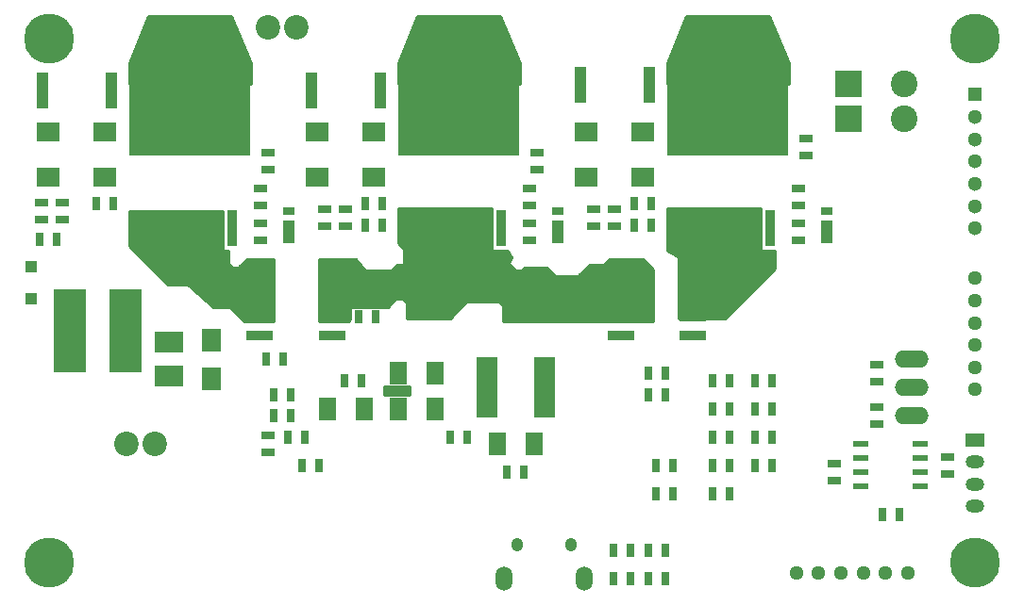
<source format=gbs>
G04 #@! TF.FileFunction,Soldermask,Bot*
%FSLAX46Y46*%
G04 Gerber Fmt 4.6, Leading zero omitted, Abs format (unit mm)*
G04 Created by KiCad (PCBNEW 4.0.7-e1-6374~58~ubuntu14.04.1) date Tue Aug 22 11:21:06 2017*
%MOMM*%
%LPD*%
G01*
G04 APERTURE LIST*
%ADD10C,0.100000*%
%ADD11R,2.438400X5.588000*%
%ADD12R,2.438400X0.889000*%
%ADD13R,0.635000X1.143000*%
%ADD14R,1.143000X0.635000*%
%ADD15R,2.499360X1.950720*%
%ADD16R,1.849120X5.499100*%
%ADD17R,1.524000X2.032000*%
%ADD18R,1.100000X1.100000*%
%ADD19R,1.699260X2.100580*%
%ADD20R,1.100000X0.800000*%
%ADD21R,1.100000X2.000000*%
%ADD22R,2.159000X1.778000*%
%ADD23O,3.048000X1.524000*%
%ADD24R,2.997200X7.498080*%
%ADD25C,1.300480*%
%ADD26R,1.300000X1.300000*%
%ADD27C,1.300000*%
%ADD28R,1.699260X1.198880*%
%ADD29O,1.699260X1.198880*%
%ADD30R,10.800080X8.150860*%
%ADD31R,0.899160X3.200400*%
%ADD32R,1.000000X3.200000*%
%ADD33R,1.399540X0.599440*%
%ADD34O,1.050000X1.250000*%
%ADD35O,1.500000X2.200000*%
%ADD36C,4.500000*%
%ADD37C,2.200000*%
%ADD38R,2.400000X2.400000*%
%ADD39C,2.400000*%
%ADD40C,0.254000*%
G04 APERTURE END LIST*
D10*
D11*
X93281500Y-58547000D03*
X99758500Y-58547000D03*
D12*
X93281500Y-62674500D03*
X99758500Y-62674500D03*
D13*
X84582000Y-74930000D03*
X83058000Y-74930000D03*
X106807000Y-71755000D03*
X105283000Y-71755000D03*
D14*
X116205000Y-65278000D03*
X116205000Y-66802000D03*
D13*
X101473000Y-76835000D03*
X102997000Y-76835000D03*
X101473000Y-74295000D03*
X102997000Y-74295000D03*
X97917000Y-76835000D03*
X96393000Y-76835000D03*
X101473000Y-66675000D03*
X102997000Y-66675000D03*
X97282000Y-67945000D03*
X95758000Y-67945000D03*
X95758000Y-66040000D03*
X97282000Y-66040000D03*
X96393000Y-74295000D03*
X97917000Y-74295000D03*
X62103000Y-69850000D03*
X63627000Y-69850000D03*
D14*
X61595000Y-71628000D03*
X61595000Y-73152000D03*
X43180000Y-50673000D03*
X43180000Y-52197000D03*
X68580000Y-51308000D03*
X68580000Y-52832000D03*
X92710000Y-51308000D03*
X92710000Y-52832000D03*
D13*
X101473000Y-71755000D03*
X102997000Y-71755000D03*
X105283000Y-74295000D03*
X106807000Y-74295000D03*
D15*
X52705000Y-63246000D03*
X52705000Y-66294000D03*
D13*
X101473000Y-69215000D03*
X102997000Y-69215000D03*
D16*
X86395560Y-67310000D03*
X81244440Y-67310000D03*
D17*
X70231000Y-69215000D03*
X66929000Y-69215000D03*
X82169000Y-72390000D03*
X85471000Y-72390000D03*
X76581000Y-69215000D03*
X73279000Y-69215000D03*
D13*
X46228000Y-50800000D03*
X47752000Y-50800000D03*
X70358000Y-50800000D03*
X71882000Y-50800000D03*
D17*
X76581000Y-66040000D03*
X73279000Y-66040000D03*
D13*
X94488000Y-50800000D03*
X96012000Y-50800000D03*
D14*
X41275000Y-50673000D03*
X41275000Y-52197000D03*
X66675000Y-51308000D03*
X66675000Y-52832000D03*
X90805000Y-51308000D03*
X90805000Y-52832000D03*
X112395000Y-74168000D03*
X112395000Y-75692000D03*
D18*
X40386000Y-56462000D03*
X40386000Y-59362000D03*
D19*
X56515000Y-63040260D03*
X56515000Y-66499740D03*
D20*
X63500000Y-51455000D03*
D21*
X63500000Y-53355000D03*
D20*
X87630000Y-51455000D03*
D21*
X87630000Y-53355000D03*
D20*
X111760000Y-51455000D03*
D21*
X111760000Y-53355000D03*
D22*
X46990000Y-44323000D03*
X46990000Y-48387000D03*
X41910000Y-48387000D03*
X41910000Y-44323000D03*
X71120000Y-44323000D03*
X71120000Y-48387000D03*
X66040000Y-48387000D03*
X66040000Y-44323000D03*
X95250000Y-44323000D03*
X95250000Y-48387000D03*
X90170000Y-48387000D03*
X90170000Y-44323000D03*
D23*
X119380000Y-69850000D03*
X119380000Y-67310000D03*
X119380000Y-64770000D03*
D24*
X43855640Y-62230000D03*
X48854360Y-62230000D03*
D25*
X112999240Y-84000000D03*
X115000760Y-84000000D03*
X116999740Y-84000000D03*
X119001260Y-84000000D03*
X111000260Y-84000000D03*
X108998740Y-84000000D03*
X125000000Y-63500760D03*
X125000000Y-61499240D03*
X125000000Y-59500260D03*
X125000000Y-57498740D03*
X125000000Y-65499740D03*
X125000000Y-67501260D03*
D26*
X125000000Y-40995440D03*
D27*
X125000000Y-44998480D03*
X125000000Y-42996960D03*
X125000000Y-46997460D03*
X125000000Y-48998980D03*
X125000000Y-51000500D03*
X125000000Y-52999480D03*
D28*
X125000000Y-71997720D03*
D29*
X125000000Y-76000760D03*
X125000000Y-73999240D03*
X125000000Y-77999740D03*
D30*
X54610000Y-42359580D03*
D31*
X58420000Y-52961540D03*
X57150000Y-52961540D03*
X55880000Y-52961540D03*
X53340000Y-52961540D03*
X52070000Y-52961540D03*
X50800000Y-52961540D03*
D30*
X78740000Y-42359580D03*
D31*
X82550000Y-52961540D03*
X81280000Y-52961540D03*
X80010000Y-52961540D03*
X77470000Y-52961540D03*
X76200000Y-52961540D03*
X74930000Y-52961540D03*
D30*
X102870000Y-42359580D03*
D31*
X106680000Y-52961540D03*
X105410000Y-52961540D03*
X104140000Y-52961540D03*
X101600000Y-52961540D03*
X100330000Y-52961540D03*
X99060000Y-52961540D03*
D13*
X106807000Y-66675000D03*
X105283000Y-66675000D03*
X106807000Y-69215000D03*
X105283000Y-69215000D03*
D14*
X116205000Y-70612000D03*
X116205000Y-69088000D03*
D13*
X97282000Y-84455000D03*
X95758000Y-84455000D03*
X94107000Y-84455000D03*
X92583000Y-84455000D03*
X97282000Y-81915000D03*
X95758000Y-81915000D03*
X94107000Y-81915000D03*
X92583000Y-81915000D03*
D32*
X47550000Y-40640000D03*
X41350000Y-40640000D03*
D13*
X63373000Y-71755000D03*
X64897000Y-71755000D03*
X66167000Y-74295000D03*
X64643000Y-74295000D03*
X62103000Y-67945000D03*
X63627000Y-67945000D03*
X94488000Y-52705000D03*
X96012000Y-52705000D03*
X69977000Y-66675000D03*
X68453000Y-66675000D03*
X70358000Y-52705000D03*
X71882000Y-52705000D03*
D14*
X60960000Y-52578000D03*
X60960000Y-54102000D03*
X60960000Y-49403000D03*
X60960000Y-50927000D03*
D32*
X71680000Y-40640000D03*
X65480000Y-40640000D03*
D13*
X41148000Y-53975000D03*
X42672000Y-53975000D03*
D14*
X85090000Y-52578000D03*
X85090000Y-54102000D03*
X85090000Y-50927000D03*
X85090000Y-49403000D03*
D32*
X95810000Y-40132000D03*
X89610000Y-40132000D03*
D14*
X109220000Y-52578000D03*
X109220000Y-54102000D03*
X109220000Y-49403000D03*
X109220000Y-50927000D03*
D13*
X61468000Y-64770000D03*
X62992000Y-64770000D03*
X69723000Y-60960000D03*
X71247000Y-60960000D03*
D11*
X60896500Y-58547000D03*
X67373500Y-58547000D03*
D12*
X60896500Y-62674500D03*
X67373500Y-62674500D03*
D14*
X122555000Y-75057000D03*
X122555000Y-73533000D03*
D13*
X118237000Y-78740000D03*
X116713000Y-78740000D03*
D33*
X120142000Y-76200000D03*
X114808000Y-76200000D03*
X120142000Y-74930000D03*
X120142000Y-73660000D03*
X120142000Y-72390000D03*
X114808000Y-74930000D03*
X114808000Y-73660000D03*
X114808000Y-72390000D03*
D34*
X83935000Y-81455000D03*
X88785000Y-81455000D03*
D35*
X82760000Y-84455000D03*
X89960000Y-84455000D03*
D14*
X61595000Y-47752000D03*
X61595000Y-46228000D03*
X85725000Y-47752000D03*
X85725000Y-46228000D03*
X109855000Y-46482000D03*
X109855000Y-44958000D03*
D13*
X77978000Y-71755000D03*
X79502000Y-71755000D03*
D36*
X125010000Y-36000000D03*
X42010000Y-36000000D03*
X125010000Y-83000000D03*
X42010000Y-83000000D03*
D37*
X64135000Y-34925000D03*
X61595000Y-34925000D03*
X51435000Y-72390000D03*
X48895000Y-72390000D03*
D38*
X113665000Y-40005000D03*
D39*
X118665000Y-40005000D03*
D38*
X113665000Y-43180000D03*
D39*
X118665000Y-43180000D03*
D40*
G36*
X57531000Y-54864000D02*
X57541006Y-54913410D01*
X57569447Y-54955035D01*
X57611841Y-54982315D01*
X57658000Y-54991000D01*
X58039000Y-54991000D01*
X58039000Y-56134000D01*
X58049006Y-56183410D01*
X58076197Y-56223803D01*
X58330197Y-56477803D01*
X58372211Y-56505666D01*
X58420000Y-56515000D01*
X58928000Y-56515000D01*
X58977410Y-56504994D01*
X59017803Y-56477803D01*
X59742606Y-55753000D01*
X62103000Y-55753000D01*
X62103000Y-61341000D01*
X59488606Y-61341000D01*
X58255803Y-60108197D01*
X58213789Y-60080334D01*
X58166000Y-60071000D01*
X56690285Y-60071000D01*
X54440374Y-58071079D01*
X54396797Y-58045731D01*
X54356000Y-58039000D01*
X52630606Y-58039000D01*
X49149000Y-54557394D01*
X49149000Y-51435000D01*
X57531000Y-51435000D01*
X57531000Y-54864000D01*
X57531000Y-54864000D01*
G37*
X57531000Y-54864000D02*
X57541006Y-54913410D01*
X57569447Y-54955035D01*
X57611841Y-54982315D01*
X57658000Y-54991000D01*
X58039000Y-54991000D01*
X58039000Y-56134000D01*
X58049006Y-56183410D01*
X58076197Y-56223803D01*
X58330197Y-56477803D01*
X58372211Y-56505666D01*
X58420000Y-56515000D01*
X58928000Y-56515000D01*
X58977410Y-56504994D01*
X59017803Y-56477803D01*
X59742606Y-55753000D01*
X62103000Y-55753000D01*
X62103000Y-61341000D01*
X59488606Y-61341000D01*
X58255803Y-60108197D01*
X58213789Y-60080334D01*
X58166000Y-60071000D01*
X56690285Y-60071000D01*
X54440374Y-58071079D01*
X54396797Y-58045731D01*
X54356000Y-58039000D01*
X52630606Y-58039000D01*
X49149000Y-54557394D01*
X49149000Y-51435000D01*
X57531000Y-51435000D01*
X57531000Y-54864000D01*
G36*
X105791000Y-54864000D02*
X105801006Y-54913410D01*
X105829447Y-54955035D01*
X105871841Y-54982315D01*
X105918000Y-54991000D01*
X107061000Y-54991000D01*
X107061000Y-56589394D01*
X102563394Y-61087000D01*
X98425000Y-61087000D01*
X98425000Y-55626000D01*
X98414994Y-55576590D01*
X98386553Y-55534965D01*
X98354796Y-55512408D01*
X97409000Y-55039510D01*
X97409000Y-51181000D01*
X105791000Y-51181000D01*
X105791000Y-54864000D01*
X105791000Y-54864000D01*
G37*
X105791000Y-54864000D02*
X105801006Y-54913410D01*
X105829447Y-54955035D01*
X105871841Y-54982315D01*
X105918000Y-54991000D01*
X107061000Y-54991000D01*
X107061000Y-56589394D01*
X102563394Y-61087000D01*
X98425000Y-61087000D01*
X98425000Y-55626000D01*
X98414994Y-55576590D01*
X98386553Y-55534965D01*
X98354796Y-55512408D01*
X97409000Y-55039510D01*
X97409000Y-51181000D01*
X105791000Y-51181000D01*
X105791000Y-54864000D01*
G36*
X74295000Y-67945000D02*
X72009000Y-67945000D01*
X72009000Y-67183000D01*
X74295000Y-67183000D01*
X74295000Y-67945000D01*
X74295000Y-67945000D01*
G37*
X74295000Y-67945000D02*
X72009000Y-67945000D01*
X72009000Y-67183000D01*
X74295000Y-67183000D01*
X74295000Y-67945000D01*
G36*
X81661000Y-54864000D02*
X81671006Y-54913410D01*
X81699447Y-54955035D01*
X81741841Y-54982315D01*
X81788000Y-54991000D01*
X83005394Y-54991000D01*
X83207626Y-55193232D01*
X83424010Y-55626000D01*
X83198408Y-56077204D01*
X83185260Y-56125872D01*
X83192084Y-56175822D01*
X83222197Y-56223803D01*
X83730197Y-56731803D01*
X83772211Y-56759666D01*
X83820000Y-56769000D01*
X84328000Y-56769000D01*
X84377410Y-56758994D01*
X84417803Y-56731803D01*
X84634606Y-56515000D01*
X86561394Y-56515000D01*
X87286197Y-57239803D01*
X87328211Y-57267666D01*
X87376000Y-57277000D01*
X89408000Y-57277000D01*
X89457410Y-57266994D01*
X89497803Y-57239803D01*
X90476606Y-56261000D01*
X91694000Y-56261000D01*
X91743410Y-56250994D01*
X91783803Y-56223803D01*
X92254606Y-55753000D01*
X95197394Y-55753000D01*
X96139000Y-56694606D01*
X96139000Y-61341000D01*
X82677000Y-61341000D01*
X82677000Y-59944000D01*
X82666994Y-59894590D01*
X82639803Y-59854197D01*
X82385803Y-59600197D01*
X82343789Y-59572334D01*
X82296000Y-59563000D01*
X79502000Y-59563000D01*
X79452590Y-59573006D01*
X79412197Y-59600197D01*
X77925394Y-61087000D01*
X74041000Y-61087000D01*
X74041000Y-59690000D01*
X74030994Y-59640590D01*
X74003803Y-59600197D01*
X73749803Y-59346197D01*
X73707789Y-59318334D01*
X73660000Y-59309000D01*
X73152000Y-59309000D01*
X73102590Y-59319006D01*
X73062197Y-59346197D01*
X72337394Y-60071000D01*
X69088000Y-60071000D01*
X69038590Y-60081006D01*
X68996965Y-60109447D01*
X68969685Y-60151841D01*
X68961000Y-60198000D01*
X68961000Y-61161394D01*
X68781394Y-61341000D01*
X66167000Y-61341000D01*
X66167000Y-55753000D01*
X69532500Y-55753000D01*
X70256400Y-56718200D01*
X70294051Y-56751725D01*
X70358000Y-56769000D01*
X72644000Y-56769000D01*
X72693410Y-56758994D01*
X72733803Y-56731803D01*
X73204606Y-56261000D01*
X73660000Y-56261000D01*
X73709410Y-56250994D01*
X73751035Y-56222553D01*
X73778315Y-56180159D01*
X73787000Y-56134000D01*
X73787000Y-54864000D01*
X73776994Y-54814590D01*
X73749803Y-54774197D01*
X73279000Y-54303394D01*
X73279000Y-51181000D01*
X81661000Y-51181000D01*
X81661000Y-54864000D01*
X81661000Y-54864000D01*
G37*
X81661000Y-54864000D02*
X81671006Y-54913410D01*
X81699447Y-54955035D01*
X81741841Y-54982315D01*
X81788000Y-54991000D01*
X83005394Y-54991000D01*
X83207626Y-55193232D01*
X83424010Y-55626000D01*
X83198408Y-56077204D01*
X83185260Y-56125872D01*
X83192084Y-56175822D01*
X83222197Y-56223803D01*
X83730197Y-56731803D01*
X83772211Y-56759666D01*
X83820000Y-56769000D01*
X84328000Y-56769000D01*
X84377410Y-56758994D01*
X84417803Y-56731803D01*
X84634606Y-56515000D01*
X86561394Y-56515000D01*
X87286197Y-57239803D01*
X87328211Y-57267666D01*
X87376000Y-57277000D01*
X89408000Y-57277000D01*
X89457410Y-57266994D01*
X89497803Y-57239803D01*
X90476606Y-56261000D01*
X91694000Y-56261000D01*
X91743410Y-56250994D01*
X91783803Y-56223803D01*
X92254606Y-55753000D01*
X95197394Y-55753000D01*
X96139000Y-56694606D01*
X96139000Y-61341000D01*
X82677000Y-61341000D01*
X82677000Y-59944000D01*
X82666994Y-59894590D01*
X82639803Y-59854197D01*
X82385803Y-59600197D01*
X82343789Y-59572334D01*
X82296000Y-59563000D01*
X79502000Y-59563000D01*
X79452590Y-59573006D01*
X79412197Y-59600197D01*
X77925394Y-61087000D01*
X74041000Y-61087000D01*
X74041000Y-59690000D01*
X74030994Y-59640590D01*
X74003803Y-59600197D01*
X73749803Y-59346197D01*
X73707789Y-59318334D01*
X73660000Y-59309000D01*
X73152000Y-59309000D01*
X73102590Y-59319006D01*
X73062197Y-59346197D01*
X72337394Y-60071000D01*
X69088000Y-60071000D01*
X69038590Y-60081006D01*
X68996965Y-60109447D01*
X68969685Y-60151841D01*
X68961000Y-60198000D01*
X68961000Y-61161394D01*
X68781394Y-61341000D01*
X66167000Y-61341000D01*
X66167000Y-55753000D01*
X69532500Y-55753000D01*
X70256400Y-56718200D01*
X70294051Y-56751725D01*
X70358000Y-56769000D01*
X72644000Y-56769000D01*
X72693410Y-56758994D01*
X72733803Y-56731803D01*
X73204606Y-56261000D01*
X73660000Y-56261000D01*
X73709410Y-56250994D01*
X73751035Y-56222553D01*
X73778315Y-56180159D01*
X73787000Y-56134000D01*
X73787000Y-54864000D01*
X73776994Y-54814590D01*
X73749803Y-54774197D01*
X73279000Y-54303394D01*
X73279000Y-51181000D01*
X81661000Y-51181000D01*
X81661000Y-54864000D01*
G36*
X60071000Y-38125123D02*
X60071000Y-40005000D01*
X49149000Y-40005000D01*
X49149000Y-38125123D01*
X50885051Y-33909000D01*
X58334949Y-33909000D01*
X60071000Y-38125123D01*
X60071000Y-38125123D01*
G37*
X60071000Y-38125123D02*
X60071000Y-40005000D01*
X49149000Y-40005000D01*
X49149000Y-38125123D01*
X50885051Y-33909000D01*
X58334949Y-33909000D01*
X60071000Y-38125123D01*
G36*
X84201000Y-38125123D02*
X84201000Y-40005000D01*
X73279000Y-40005000D01*
X73279000Y-38125123D01*
X75015051Y-33909000D01*
X82464949Y-33909000D01*
X84201000Y-38125123D01*
X84201000Y-38125123D01*
G37*
X84201000Y-38125123D02*
X84201000Y-40005000D01*
X73279000Y-40005000D01*
X73279000Y-38125123D01*
X75015051Y-33909000D01*
X82464949Y-33909000D01*
X84201000Y-38125123D01*
G36*
X108331000Y-38125123D02*
X108331000Y-40005000D01*
X97409000Y-40005000D01*
X97409000Y-38125123D01*
X99145051Y-33909000D01*
X106594949Y-33909000D01*
X108331000Y-38125123D01*
X108331000Y-38125123D01*
G37*
X108331000Y-38125123D02*
X108331000Y-40005000D01*
X97409000Y-40005000D01*
X97409000Y-38125123D01*
X99145051Y-33909000D01*
X106594949Y-33909000D01*
X108331000Y-38125123D01*
M02*

</source>
